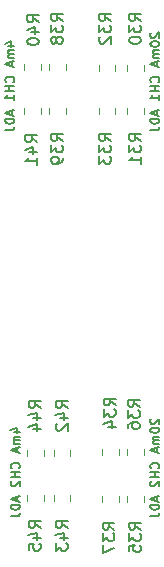
<source format=gbr>
G04 #@! TF.GenerationSoftware,KiCad,Pcbnew,5.1.3-ffb9f22~84~ubuntu19.04.1*
G04 #@! TF.CreationDate,2019-08-06T17:14:25+02:00*
G04 #@! TF.ProjectId,420-transmitter,3432302d-7472-4616-9e73-6d6974746572,rev?*
G04 #@! TF.SameCoordinates,Original*
G04 #@! TF.FileFunction,Legend,Bot*
G04 #@! TF.FilePolarity,Positive*
%FSLAX46Y46*%
G04 Gerber Fmt 4.6, Leading zero omitted, Abs format (unit mm)*
G04 Created by KiCad (PCBNEW 5.1.3-ffb9f22~84~ubuntu19.04.1) date 2019-08-06 17:14:25*
%MOMM*%
%LPD*%
G04 APERTURE LIST*
%ADD10C,0.127000*%
%ADD11C,0.120000*%
%ADD12C,0.150000*%
G04 APERTURE END LIST*
D10*
X166460714Y-93243399D02*
X166968714Y-93243399D01*
X166170428Y-93061971D02*
X166714714Y-92880542D01*
X166714714Y-93352257D01*
X166968714Y-93642542D02*
X166460714Y-93642542D01*
X166533285Y-93642542D02*
X166497000Y-93678828D01*
X166460714Y-93751399D01*
X166460714Y-93860257D01*
X166497000Y-93932828D01*
X166569571Y-93969114D01*
X166968714Y-93969114D01*
X166569571Y-93969114D02*
X166497000Y-94005399D01*
X166460714Y-94077971D01*
X166460714Y-94186828D01*
X166497000Y-94259399D01*
X166569571Y-94295685D01*
X166968714Y-94295685D01*
X166751000Y-94622257D02*
X166751000Y-94985114D01*
X166968714Y-94549685D02*
X166206714Y-94803685D01*
X166968714Y-95057685D01*
X166896142Y-96327685D02*
X166932428Y-96291399D01*
X166968714Y-96182542D01*
X166968714Y-96109971D01*
X166932428Y-96001114D01*
X166859857Y-95928542D01*
X166787285Y-95892257D01*
X166642142Y-95855971D01*
X166533285Y-95855971D01*
X166388142Y-95892257D01*
X166315571Y-95928542D01*
X166243000Y-96001114D01*
X166206714Y-96109971D01*
X166206714Y-96182542D01*
X166243000Y-96291399D01*
X166279285Y-96327685D01*
X166968714Y-96654257D02*
X166206714Y-96654257D01*
X166569571Y-96654257D02*
X166569571Y-97089685D01*
X166968714Y-97089685D02*
X166206714Y-97089685D01*
X166279285Y-97416257D02*
X166243000Y-97452542D01*
X166206714Y-97525114D01*
X166206714Y-97706542D01*
X166243000Y-97779114D01*
X166279285Y-97815399D01*
X166351857Y-97851685D01*
X166424428Y-97851685D01*
X166533285Y-97815399D01*
X166968714Y-97379971D01*
X166968714Y-97851685D01*
X166751000Y-98722542D02*
X166751000Y-99085399D01*
X166968714Y-98649971D02*
X166206714Y-98903971D01*
X166968714Y-99157971D01*
X166968714Y-99411971D02*
X166206714Y-99411971D01*
X166206714Y-99593399D01*
X166243000Y-99702257D01*
X166315571Y-99774828D01*
X166388142Y-99811114D01*
X166533285Y-99847399D01*
X166642142Y-99847399D01*
X166787285Y-99811114D01*
X166859857Y-99774828D01*
X166932428Y-99702257D01*
X166968714Y-99593399D01*
X166968714Y-99411971D01*
X166206714Y-100391685D02*
X166751000Y-100391685D01*
X166859857Y-100355399D01*
X166932428Y-100282828D01*
X166968714Y-100173971D01*
X166968714Y-100101399D01*
X178090285Y-92154828D02*
X178054000Y-92191114D01*
X178017714Y-92263685D01*
X178017714Y-92445114D01*
X178054000Y-92517685D01*
X178090285Y-92553971D01*
X178162857Y-92590257D01*
X178235428Y-92590257D01*
X178344285Y-92553971D01*
X178779714Y-92118542D01*
X178779714Y-92590257D01*
X178017714Y-93061971D02*
X178017714Y-93134542D01*
X178054000Y-93207114D01*
X178090285Y-93243400D01*
X178162857Y-93279685D01*
X178308000Y-93315971D01*
X178489428Y-93315971D01*
X178634571Y-93279685D01*
X178707142Y-93243400D01*
X178743428Y-93207114D01*
X178779714Y-93134542D01*
X178779714Y-93061971D01*
X178743428Y-92989400D01*
X178707142Y-92953114D01*
X178634571Y-92916828D01*
X178489428Y-92880542D01*
X178308000Y-92880542D01*
X178162857Y-92916828D01*
X178090285Y-92953114D01*
X178054000Y-92989400D01*
X178017714Y-93061971D01*
X178779714Y-93642542D02*
X178271714Y-93642542D01*
X178344285Y-93642542D02*
X178308000Y-93678828D01*
X178271714Y-93751400D01*
X178271714Y-93860257D01*
X178308000Y-93932828D01*
X178380571Y-93969114D01*
X178779714Y-93969114D01*
X178380571Y-93969114D02*
X178308000Y-94005400D01*
X178271714Y-94077971D01*
X178271714Y-94186828D01*
X178308000Y-94259400D01*
X178380571Y-94295685D01*
X178779714Y-94295685D01*
X178562000Y-94622257D02*
X178562000Y-94985114D01*
X178779714Y-94549685D02*
X178017714Y-94803685D01*
X178779714Y-95057685D01*
X178707142Y-96327685D02*
X178743428Y-96291400D01*
X178779714Y-96182542D01*
X178779714Y-96109971D01*
X178743428Y-96001114D01*
X178670857Y-95928542D01*
X178598285Y-95892257D01*
X178453142Y-95855971D01*
X178344285Y-95855971D01*
X178199142Y-95892257D01*
X178126571Y-95928542D01*
X178054000Y-96001114D01*
X178017714Y-96109971D01*
X178017714Y-96182542D01*
X178054000Y-96291400D01*
X178090285Y-96327685D01*
X178779714Y-96654257D02*
X178017714Y-96654257D01*
X178380571Y-96654257D02*
X178380571Y-97089685D01*
X178779714Y-97089685D02*
X178017714Y-97089685D01*
X178090285Y-97416257D02*
X178054000Y-97452542D01*
X178017714Y-97525114D01*
X178017714Y-97706542D01*
X178054000Y-97779114D01*
X178090285Y-97815400D01*
X178162857Y-97851685D01*
X178235428Y-97851685D01*
X178344285Y-97815400D01*
X178779714Y-97379971D01*
X178779714Y-97851685D01*
X178562000Y-98722542D02*
X178562000Y-99085400D01*
X178779714Y-98649971D02*
X178017714Y-98903971D01*
X178779714Y-99157971D01*
X178779714Y-99411971D02*
X178017714Y-99411971D01*
X178017714Y-99593400D01*
X178054000Y-99702257D01*
X178126571Y-99774828D01*
X178199142Y-99811114D01*
X178344285Y-99847400D01*
X178453142Y-99847400D01*
X178598285Y-99811114D01*
X178670857Y-99774828D01*
X178743428Y-99702257D01*
X178779714Y-99593400D01*
X178779714Y-99411971D01*
X178017714Y-100391685D02*
X178562000Y-100391685D01*
X178670857Y-100355400D01*
X178743428Y-100282828D01*
X178779714Y-100173971D01*
X178779714Y-100101400D01*
X178090285Y-59465028D02*
X178054000Y-59501314D01*
X178017714Y-59573885D01*
X178017714Y-59755314D01*
X178054000Y-59827885D01*
X178090285Y-59864171D01*
X178162857Y-59900457D01*
X178235428Y-59900457D01*
X178344285Y-59864171D01*
X178779714Y-59428742D01*
X178779714Y-59900457D01*
X178017714Y-60372171D02*
X178017714Y-60444742D01*
X178054000Y-60517314D01*
X178090285Y-60553600D01*
X178162857Y-60589885D01*
X178308000Y-60626171D01*
X178489428Y-60626171D01*
X178634571Y-60589885D01*
X178707142Y-60553600D01*
X178743428Y-60517314D01*
X178779714Y-60444742D01*
X178779714Y-60372171D01*
X178743428Y-60299600D01*
X178707142Y-60263314D01*
X178634571Y-60227028D01*
X178489428Y-60190742D01*
X178308000Y-60190742D01*
X178162857Y-60227028D01*
X178090285Y-60263314D01*
X178054000Y-60299600D01*
X178017714Y-60372171D01*
X178779714Y-60952742D02*
X178271714Y-60952742D01*
X178344285Y-60952742D02*
X178308000Y-60989028D01*
X178271714Y-61061600D01*
X178271714Y-61170457D01*
X178308000Y-61243028D01*
X178380571Y-61279314D01*
X178779714Y-61279314D01*
X178380571Y-61279314D02*
X178308000Y-61315600D01*
X178271714Y-61388171D01*
X178271714Y-61497028D01*
X178308000Y-61569600D01*
X178380571Y-61605885D01*
X178779714Y-61605885D01*
X178562000Y-61932457D02*
X178562000Y-62295314D01*
X178779714Y-61859885D02*
X178017714Y-62113885D01*
X178779714Y-62367885D01*
X178707142Y-63637885D02*
X178743428Y-63601600D01*
X178779714Y-63492742D01*
X178779714Y-63420171D01*
X178743428Y-63311314D01*
X178670857Y-63238742D01*
X178598285Y-63202457D01*
X178453142Y-63166171D01*
X178344285Y-63166171D01*
X178199142Y-63202457D01*
X178126571Y-63238742D01*
X178054000Y-63311314D01*
X178017714Y-63420171D01*
X178017714Y-63492742D01*
X178054000Y-63601600D01*
X178090285Y-63637885D01*
X178779714Y-63964457D02*
X178017714Y-63964457D01*
X178380571Y-63964457D02*
X178380571Y-64399885D01*
X178779714Y-64399885D02*
X178017714Y-64399885D01*
X178779714Y-65161885D02*
X178779714Y-64726457D01*
X178779714Y-64944171D02*
X178017714Y-64944171D01*
X178126571Y-64871600D01*
X178199142Y-64799028D01*
X178235428Y-64726457D01*
X178562000Y-66032742D02*
X178562000Y-66395600D01*
X178779714Y-65960171D02*
X178017714Y-66214171D01*
X178779714Y-66468171D01*
X178779714Y-66722171D02*
X178017714Y-66722171D01*
X178017714Y-66903600D01*
X178054000Y-67012457D01*
X178126571Y-67085028D01*
X178199142Y-67121314D01*
X178344285Y-67157600D01*
X178453142Y-67157600D01*
X178598285Y-67121314D01*
X178670857Y-67085028D01*
X178743428Y-67012457D01*
X178779714Y-66903600D01*
X178779714Y-66722171D01*
X178017714Y-67701885D02*
X178562000Y-67701885D01*
X178670857Y-67665600D01*
X178743428Y-67593028D01*
X178779714Y-67484171D01*
X178779714Y-67411600D01*
X165978114Y-60553599D02*
X166486114Y-60553599D01*
X165687828Y-60372171D02*
X166232114Y-60190742D01*
X166232114Y-60662457D01*
X166486114Y-60952742D02*
X165978114Y-60952742D01*
X166050685Y-60952742D02*
X166014400Y-60989028D01*
X165978114Y-61061599D01*
X165978114Y-61170457D01*
X166014400Y-61243028D01*
X166086971Y-61279314D01*
X166486114Y-61279314D01*
X166086971Y-61279314D02*
X166014400Y-61315599D01*
X165978114Y-61388171D01*
X165978114Y-61497028D01*
X166014400Y-61569599D01*
X166086971Y-61605885D01*
X166486114Y-61605885D01*
X166268400Y-61932457D02*
X166268400Y-62295314D01*
X166486114Y-61859885D02*
X165724114Y-62113885D01*
X166486114Y-62367885D01*
X166413542Y-63637885D02*
X166449828Y-63601599D01*
X166486114Y-63492742D01*
X166486114Y-63420171D01*
X166449828Y-63311314D01*
X166377257Y-63238742D01*
X166304685Y-63202457D01*
X166159542Y-63166171D01*
X166050685Y-63166171D01*
X165905542Y-63202457D01*
X165832971Y-63238742D01*
X165760400Y-63311314D01*
X165724114Y-63420171D01*
X165724114Y-63492742D01*
X165760400Y-63601599D01*
X165796685Y-63637885D01*
X166486114Y-63964457D02*
X165724114Y-63964457D01*
X166086971Y-63964457D02*
X166086971Y-64399885D01*
X166486114Y-64399885D02*
X165724114Y-64399885D01*
X166486114Y-65161885D02*
X166486114Y-64726457D01*
X166486114Y-64944171D02*
X165724114Y-64944171D01*
X165832971Y-64871599D01*
X165905542Y-64799028D01*
X165941828Y-64726457D01*
X166268400Y-66032742D02*
X166268400Y-66395599D01*
X166486114Y-65960171D02*
X165724114Y-66214171D01*
X166486114Y-66468171D01*
X166486114Y-66722171D02*
X165724114Y-66722171D01*
X165724114Y-66903599D01*
X165760400Y-67012457D01*
X165832971Y-67085028D01*
X165905542Y-67121314D01*
X166050685Y-67157599D01*
X166159542Y-67157599D01*
X166304685Y-67121314D01*
X166377257Y-67085028D01*
X166449828Y-67012457D01*
X166486114Y-66903599D01*
X166486114Y-66722171D01*
X165724114Y-67701885D02*
X166268400Y-67701885D01*
X166377257Y-67665599D01*
X166449828Y-67593028D01*
X166486114Y-67484171D01*
X166486114Y-67411599D01*
D11*
X177469800Y-62156222D02*
X177469800Y-62673378D01*
X176049800Y-62156222D02*
X176049800Y-62673378D01*
X177469800Y-65848222D02*
X177469800Y-66365378D01*
X176049800Y-65848222D02*
X176049800Y-66365378D01*
X173641800Y-62673378D02*
X173641800Y-62156222D01*
X175061800Y-62673378D02*
X175061800Y-62156222D01*
X173641800Y-66365378D02*
X173641800Y-65848222D01*
X175061800Y-66365378D02*
X175061800Y-65848222D01*
X175340800Y-94699222D02*
X175340800Y-95216378D01*
X173920800Y-94699222D02*
X173920800Y-95216378D01*
X177444800Y-98653222D02*
X177444800Y-99170378D01*
X176024800Y-98653222D02*
X176024800Y-99170378D01*
X176024800Y-95216378D02*
X176024800Y-94699222D01*
X177444800Y-95216378D02*
X177444800Y-94699222D01*
X173920800Y-99170378D02*
X173920800Y-98653222D01*
X175340800Y-99170378D02*
X175340800Y-98653222D01*
X169471800Y-62621378D02*
X169471800Y-62104222D01*
X170891800Y-62621378D02*
X170891800Y-62104222D01*
X169471800Y-66375378D02*
X169471800Y-65858222D01*
X170891800Y-66375378D02*
X170891800Y-65858222D01*
X168737800Y-62104222D02*
X168737800Y-62621378D01*
X167317800Y-62104222D02*
X167317800Y-62621378D01*
X168737800Y-65858222D02*
X168737800Y-66375378D01*
X167317800Y-65858222D02*
X167317800Y-66375378D01*
X169824800Y-95319378D02*
X169824800Y-94802222D01*
X171244800Y-95319378D02*
X171244800Y-94802222D01*
X169824800Y-99073378D02*
X169824800Y-98556222D01*
X171244800Y-99073378D02*
X171244800Y-98556222D01*
X168990800Y-94802222D02*
X168990800Y-95319378D01*
X167570800Y-94802222D02*
X167570800Y-95319378D01*
X168990800Y-98556222D02*
X168990800Y-99073378D01*
X167570800Y-98556222D02*
X167570800Y-99073378D01*
D12*
X177236380Y-58462942D02*
X176760190Y-58129609D01*
X177236380Y-57891514D02*
X176236380Y-57891514D01*
X176236380Y-58272466D01*
X176284000Y-58367704D01*
X176331619Y-58415323D01*
X176426857Y-58462942D01*
X176569714Y-58462942D01*
X176664952Y-58415323D01*
X176712571Y-58367704D01*
X176760190Y-58272466D01*
X176760190Y-57891514D01*
X176236380Y-58796276D02*
X176236380Y-59415323D01*
X176617333Y-59081990D01*
X176617333Y-59224847D01*
X176664952Y-59320085D01*
X176712571Y-59367704D01*
X176807809Y-59415323D01*
X177045904Y-59415323D01*
X177141142Y-59367704D01*
X177188761Y-59320085D01*
X177236380Y-59224847D01*
X177236380Y-58939133D01*
X177188761Y-58843895D01*
X177141142Y-58796276D01*
X176236380Y-60034371D02*
X176236380Y-60129609D01*
X176284000Y-60224847D01*
X176331619Y-60272466D01*
X176426857Y-60320085D01*
X176617333Y-60367704D01*
X176855428Y-60367704D01*
X177045904Y-60320085D01*
X177141142Y-60272466D01*
X177188761Y-60224847D01*
X177236380Y-60129609D01*
X177236380Y-60034371D01*
X177188761Y-59939133D01*
X177141142Y-59891514D01*
X177045904Y-59843895D01*
X176855428Y-59796276D01*
X176617333Y-59796276D01*
X176426857Y-59843895D01*
X176331619Y-59891514D01*
X176284000Y-59939133D01*
X176236380Y-60034371D01*
X177236380Y-68622942D02*
X176760190Y-68289609D01*
X177236380Y-68051514D02*
X176236380Y-68051514D01*
X176236380Y-68432466D01*
X176284000Y-68527704D01*
X176331619Y-68575323D01*
X176426857Y-68622942D01*
X176569714Y-68622942D01*
X176664952Y-68575323D01*
X176712571Y-68527704D01*
X176760190Y-68432466D01*
X176760190Y-68051514D01*
X176236380Y-68956276D02*
X176236380Y-69575323D01*
X176617333Y-69241990D01*
X176617333Y-69384847D01*
X176664952Y-69480085D01*
X176712571Y-69527704D01*
X176807809Y-69575323D01*
X177045904Y-69575323D01*
X177141142Y-69527704D01*
X177188761Y-69480085D01*
X177236380Y-69384847D01*
X177236380Y-69099133D01*
X177188761Y-69003895D01*
X177141142Y-68956276D01*
X177236380Y-70527704D02*
X177236380Y-69956276D01*
X177236380Y-70241990D02*
X176236380Y-70241990D01*
X176379238Y-70146752D01*
X176474476Y-70051514D01*
X176522095Y-69956276D01*
X174696380Y-58462942D02*
X174220190Y-58129609D01*
X174696380Y-57891514D02*
X173696380Y-57891514D01*
X173696380Y-58272466D01*
X173744000Y-58367704D01*
X173791619Y-58415323D01*
X173886857Y-58462942D01*
X174029714Y-58462942D01*
X174124952Y-58415323D01*
X174172571Y-58367704D01*
X174220190Y-58272466D01*
X174220190Y-57891514D01*
X173696380Y-58796276D02*
X173696380Y-59415323D01*
X174077333Y-59081990D01*
X174077333Y-59224847D01*
X174124952Y-59320085D01*
X174172571Y-59367704D01*
X174267809Y-59415323D01*
X174505904Y-59415323D01*
X174601142Y-59367704D01*
X174648761Y-59320085D01*
X174696380Y-59224847D01*
X174696380Y-58939133D01*
X174648761Y-58843895D01*
X174601142Y-58796276D01*
X173791619Y-59796276D02*
X173744000Y-59843895D01*
X173696380Y-59939133D01*
X173696380Y-60177228D01*
X173744000Y-60272466D01*
X173791619Y-60320085D01*
X173886857Y-60367704D01*
X173982095Y-60367704D01*
X174124952Y-60320085D01*
X174696380Y-59748657D01*
X174696380Y-60367704D01*
X174696380Y-68622942D02*
X174220190Y-68289609D01*
X174696380Y-68051514D02*
X173696380Y-68051514D01*
X173696380Y-68432466D01*
X173744000Y-68527704D01*
X173791619Y-68575323D01*
X173886857Y-68622942D01*
X174029714Y-68622942D01*
X174124952Y-68575323D01*
X174172571Y-68527704D01*
X174220190Y-68432466D01*
X174220190Y-68051514D01*
X173696380Y-68956276D02*
X173696380Y-69575323D01*
X174077333Y-69241990D01*
X174077333Y-69384847D01*
X174124952Y-69480085D01*
X174172571Y-69527704D01*
X174267809Y-69575323D01*
X174505904Y-69575323D01*
X174601142Y-69527704D01*
X174648761Y-69480085D01*
X174696380Y-69384847D01*
X174696380Y-69099133D01*
X174648761Y-69003895D01*
X174601142Y-68956276D01*
X173696380Y-69908657D02*
X173696380Y-70527704D01*
X174077333Y-70194371D01*
X174077333Y-70337228D01*
X174124952Y-70432466D01*
X174172571Y-70480085D01*
X174267809Y-70527704D01*
X174505904Y-70527704D01*
X174601142Y-70480085D01*
X174648761Y-70432466D01*
X174696380Y-70337228D01*
X174696380Y-70051514D01*
X174648761Y-69956276D01*
X174601142Y-69908657D01*
X175077380Y-91001942D02*
X174601190Y-90668609D01*
X175077380Y-90430514D02*
X174077380Y-90430514D01*
X174077380Y-90811466D01*
X174125000Y-90906704D01*
X174172619Y-90954323D01*
X174267857Y-91001942D01*
X174410714Y-91001942D01*
X174505952Y-90954323D01*
X174553571Y-90906704D01*
X174601190Y-90811466D01*
X174601190Y-90430514D01*
X174077380Y-91335276D02*
X174077380Y-91954323D01*
X174458333Y-91620990D01*
X174458333Y-91763847D01*
X174505952Y-91859085D01*
X174553571Y-91906704D01*
X174648809Y-91954323D01*
X174886904Y-91954323D01*
X174982142Y-91906704D01*
X175029761Y-91859085D01*
X175077380Y-91763847D01*
X175077380Y-91478133D01*
X175029761Y-91382895D01*
X174982142Y-91335276D01*
X174410714Y-92811466D02*
X175077380Y-92811466D01*
X174029761Y-92573371D02*
X174744047Y-92335276D01*
X174744047Y-92954323D01*
X177213380Y-101515942D02*
X176737190Y-101182609D01*
X177213380Y-100944514D02*
X176213380Y-100944514D01*
X176213380Y-101325466D01*
X176261000Y-101420704D01*
X176308619Y-101468323D01*
X176403857Y-101515942D01*
X176546714Y-101515942D01*
X176641952Y-101468323D01*
X176689571Y-101420704D01*
X176737190Y-101325466D01*
X176737190Y-100944514D01*
X176213380Y-101849276D02*
X176213380Y-102468323D01*
X176594333Y-102134990D01*
X176594333Y-102277847D01*
X176641952Y-102373085D01*
X176689571Y-102420704D01*
X176784809Y-102468323D01*
X177022904Y-102468323D01*
X177118142Y-102420704D01*
X177165761Y-102373085D01*
X177213380Y-102277847D01*
X177213380Y-101992133D01*
X177165761Y-101896895D01*
X177118142Y-101849276D01*
X176213380Y-103373085D02*
X176213380Y-102896895D01*
X176689571Y-102849276D01*
X176641952Y-102896895D01*
X176594333Y-102992133D01*
X176594333Y-103230228D01*
X176641952Y-103325466D01*
X176689571Y-103373085D01*
X176784809Y-103420704D01*
X177022904Y-103420704D01*
X177118142Y-103373085D01*
X177165761Y-103325466D01*
X177213380Y-103230228D01*
X177213380Y-102992133D01*
X177165761Y-102896895D01*
X177118142Y-102849276D01*
X177109380Y-91101942D02*
X176633190Y-90768609D01*
X177109380Y-90530514D02*
X176109380Y-90530514D01*
X176109380Y-90911466D01*
X176157000Y-91006704D01*
X176204619Y-91054323D01*
X176299857Y-91101942D01*
X176442714Y-91101942D01*
X176537952Y-91054323D01*
X176585571Y-91006704D01*
X176633190Y-90911466D01*
X176633190Y-90530514D01*
X176109380Y-91435276D02*
X176109380Y-92054323D01*
X176490333Y-91720990D01*
X176490333Y-91863847D01*
X176537952Y-91959085D01*
X176585571Y-92006704D01*
X176680809Y-92054323D01*
X176918904Y-92054323D01*
X177014142Y-92006704D01*
X177061761Y-91959085D01*
X177109380Y-91863847D01*
X177109380Y-91578133D01*
X177061761Y-91482895D01*
X177014142Y-91435276D01*
X176109380Y-92911466D02*
X176109380Y-92720990D01*
X176157000Y-92625752D01*
X176204619Y-92578133D01*
X176347476Y-92482895D01*
X176537952Y-92435276D01*
X176918904Y-92435276D01*
X177014142Y-92482895D01*
X177061761Y-92530514D01*
X177109380Y-92625752D01*
X177109380Y-92816228D01*
X177061761Y-92911466D01*
X177014142Y-92959085D01*
X176918904Y-93006704D01*
X176680809Y-93006704D01*
X176585571Y-92959085D01*
X176537952Y-92911466D01*
X176490333Y-92816228D01*
X176490333Y-92625752D01*
X176537952Y-92530514D01*
X176585571Y-92482895D01*
X176680809Y-92435276D01*
X174977380Y-101515942D02*
X174501190Y-101182609D01*
X174977380Y-100944514D02*
X173977380Y-100944514D01*
X173977380Y-101325466D01*
X174025000Y-101420704D01*
X174072619Y-101468323D01*
X174167857Y-101515942D01*
X174310714Y-101515942D01*
X174405952Y-101468323D01*
X174453571Y-101420704D01*
X174501190Y-101325466D01*
X174501190Y-100944514D01*
X173977380Y-101849276D02*
X173977380Y-102468323D01*
X174358333Y-102134990D01*
X174358333Y-102277847D01*
X174405952Y-102373085D01*
X174453571Y-102420704D01*
X174548809Y-102468323D01*
X174786904Y-102468323D01*
X174882142Y-102420704D01*
X174929761Y-102373085D01*
X174977380Y-102277847D01*
X174977380Y-101992133D01*
X174929761Y-101896895D01*
X174882142Y-101849276D01*
X173977380Y-102801657D02*
X173977380Y-103468323D01*
X174977380Y-103039752D01*
X170632380Y-58462942D02*
X170156190Y-58129609D01*
X170632380Y-57891514D02*
X169632380Y-57891514D01*
X169632380Y-58272466D01*
X169680000Y-58367704D01*
X169727619Y-58415323D01*
X169822857Y-58462942D01*
X169965714Y-58462942D01*
X170060952Y-58415323D01*
X170108571Y-58367704D01*
X170156190Y-58272466D01*
X170156190Y-57891514D01*
X169632380Y-58796276D02*
X169632380Y-59415323D01*
X170013333Y-59081990D01*
X170013333Y-59224847D01*
X170060952Y-59320085D01*
X170108571Y-59367704D01*
X170203809Y-59415323D01*
X170441904Y-59415323D01*
X170537142Y-59367704D01*
X170584761Y-59320085D01*
X170632380Y-59224847D01*
X170632380Y-58939133D01*
X170584761Y-58843895D01*
X170537142Y-58796276D01*
X170060952Y-59986752D02*
X170013333Y-59891514D01*
X169965714Y-59843895D01*
X169870476Y-59796276D01*
X169822857Y-59796276D01*
X169727619Y-59843895D01*
X169680000Y-59891514D01*
X169632380Y-59986752D01*
X169632380Y-60177228D01*
X169680000Y-60272466D01*
X169727619Y-60320085D01*
X169822857Y-60367704D01*
X169870476Y-60367704D01*
X169965714Y-60320085D01*
X170013333Y-60272466D01*
X170060952Y-60177228D01*
X170060952Y-59986752D01*
X170108571Y-59891514D01*
X170156190Y-59843895D01*
X170251428Y-59796276D01*
X170441904Y-59796276D01*
X170537142Y-59843895D01*
X170584761Y-59891514D01*
X170632380Y-59986752D01*
X170632380Y-60177228D01*
X170584761Y-60272466D01*
X170537142Y-60320085D01*
X170441904Y-60367704D01*
X170251428Y-60367704D01*
X170156190Y-60320085D01*
X170108571Y-60272466D01*
X170060952Y-60177228D01*
X170632380Y-68622942D02*
X170156190Y-68289609D01*
X170632380Y-68051514D02*
X169632380Y-68051514D01*
X169632380Y-68432466D01*
X169680000Y-68527704D01*
X169727619Y-68575323D01*
X169822857Y-68622942D01*
X169965714Y-68622942D01*
X170060952Y-68575323D01*
X170108571Y-68527704D01*
X170156190Y-68432466D01*
X170156190Y-68051514D01*
X169632380Y-68956276D02*
X169632380Y-69575323D01*
X170013333Y-69241990D01*
X170013333Y-69384847D01*
X170060952Y-69480085D01*
X170108571Y-69527704D01*
X170203809Y-69575323D01*
X170441904Y-69575323D01*
X170537142Y-69527704D01*
X170584761Y-69480085D01*
X170632380Y-69384847D01*
X170632380Y-69099133D01*
X170584761Y-69003895D01*
X170537142Y-68956276D01*
X170632380Y-70051514D02*
X170632380Y-70241990D01*
X170584761Y-70337228D01*
X170537142Y-70384847D01*
X170394285Y-70480085D01*
X170203809Y-70527704D01*
X169822857Y-70527704D01*
X169727619Y-70480085D01*
X169680000Y-70432466D01*
X169632380Y-70337228D01*
X169632380Y-70146752D01*
X169680000Y-70051514D01*
X169727619Y-70003895D01*
X169822857Y-69956276D01*
X170060952Y-69956276D01*
X170156190Y-70003895D01*
X170203809Y-70051514D01*
X170251428Y-70146752D01*
X170251428Y-70337228D01*
X170203809Y-70432466D01*
X170156190Y-70480085D01*
X170060952Y-70527704D01*
X168600380Y-58562942D02*
X168124190Y-58229609D01*
X168600380Y-57991514D02*
X167600380Y-57991514D01*
X167600380Y-58372466D01*
X167648000Y-58467704D01*
X167695619Y-58515323D01*
X167790857Y-58562942D01*
X167933714Y-58562942D01*
X168028952Y-58515323D01*
X168076571Y-58467704D01*
X168124190Y-58372466D01*
X168124190Y-57991514D01*
X167933714Y-59420085D02*
X168600380Y-59420085D01*
X167552761Y-59181990D02*
X168267047Y-58943895D01*
X168267047Y-59562942D01*
X167600380Y-60134371D02*
X167600380Y-60229609D01*
X167648000Y-60324847D01*
X167695619Y-60372466D01*
X167790857Y-60420085D01*
X167981333Y-60467704D01*
X168219428Y-60467704D01*
X168409904Y-60420085D01*
X168505142Y-60372466D01*
X168552761Y-60324847D01*
X168600380Y-60229609D01*
X168600380Y-60134371D01*
X168552761Y-60039133D01*
X168505142Y-59991514D01*
X168409904Y-59943895D01*
X168219428Y-59896276D01*
X167981333Y-59896276D01*
X167790857Y-59943895D01*
X167695619Y-59991514D01*
X167648000Y-60039133D01*
X167600380Y-60134371D01*
X168446380Y-68722942D02*
X167970190Y-68389609D01*
X168446380Y-68151514D02*
X167446380Y-68151514D01*
X167446380Y-68532466D01*
X167494000Y-68627704D01*
X167541619Y-68675323D01*
X167636857Y-68722942D01*
X167779714Y-68722942D01*
X167874952Y-68675323D01*
X167922571Y-68627704D01*
X167970190Y-68532466D01*
X167970190Y-68151514D01*
X167779714Y-69580085D02*
X168446380Y-69580085D01*
X167398761Y-69341990D02*
X168113047Y-69103895D01*
X168113047Y-69722942D01*
X168446380Y-70627704D02*
X168446380Y-70056276D01*
X168446380Y-70341990D02*
X167446380Y-70341990D01*
X167589238Y-70246752D01*
X167684476Y-70151514D01*
X167732095Y-70056276D01*
X171013380Y-91228942D02*
X170537190Y-90895609D01*
X171013380Y-90657514D02*
X170013380Y-90657514D01*
X170013380Y-91038466D01*
X170061000Y-91133704D01*
X170108619Y-91181323D01*
X170203857Y-91228942D01*
X170346714Y-91228942D01*
X170441952Y-91181323D01*
X170489571Y-91133704D01*
X170537190Y-91038466D01*
X170537190Y-90657514D01*
X170346714Y-92086085D02*
X171013380Y-92086085D01*
X169965761Y-91847990D02*
X170680047Y-91609895D01*
X170680047Y-92228942D01*
X170108619Y-92562276D02*
X170061000Y-92609895D01*
X170013380Y-92705133D01*
X170013380Y-92943228D01*
X170061000Y-93038466D01*
X170108619Y-93086085D01*
X170203857Y-93133704D01*
X170299095Y-93133704D01*
X170441952Y-93086085D01*
X171013380Y-92514657D01*
X171013380Y-93133704D01*
X171013380Y-101388942D02*
X170537190Y-101055609D01*
X171013380Y-100817514D02*
X170013380Y-100817514D01*
X170013380Y-101198466D01*
X170061000Y-101293704D01*
X170108619Y-101341323D01*
X170203857Y-101388942D01*
X170346714Y-101388942D01*
X170441952Y-101341323D01*
X170489571Y-101293704D01*
X170537190Y-101198466D01*
X170537190Y-100817514D01*
X170346714Y-102246085D02*
X171013380Y-102246085D01*
X169965761Y-102007990D02*
X170680047Y-101769895D01*
X170680047Y-102388942D01*
X170013380Y-102674657D02*
X170013380Y-103293704D01*
X170394333Y-102960371D01*
X170394333Y-103103228D01*
X170441952Y-103198466D01*
X170489571Y-103246085D01*
X170584809Y-103293704D01*
X170822904Y-103293704D01*
X170918142Y-103246085D01*
X170965761Y-103198466D01*
X171013380Y-103103228D01*
X171013380Y-102817514D01*
X170965761Y-102722276D01*
X170918142Y-102674657D01*
X168727380Y-91228942D02*
X168251190Y-90895609D01*
X168727380Y-90657514D02*
X167727380Y-90657514D01*
X167727380Y-91038466D01*
X167775000Y-91133704D01*
X167822619Y-91181323D01*
X167917857Y-91228942D01*
X168060714Y-91228942D01*
X168155952Y-91181323D01*
X168203571Y-91133704D01*
X168251190Y-91038466D01*
X168251190Y-90657514D01*
X168060714Y-92086085D02*
X168727380Y-92086085D01*
X167679761Y-91847990D02*
X168394047Y-91609895D01*
X168394047Y-92228942D01*
X168060714Y-93038466D02*
X168727380Y-93038466D01*
X167679761Y-92800371D02*
X168394047Y-92562276D01*
X168394047Y-93181323D01*
X168727380Y-101388942D02*
X168251190Y-101055609D01*
X168727380Y-100817514D02*
X167727380Y-100817514D01*
X167727380Y-101198466D01*
X167775000Y-101293704D01*
X167822619Y-101341323D01*
X167917857Y-101388942D01*
X168060714Y-101388942D01*
X168155952Y-101341323D01*
X168203571Y-101293704D01*
X168251190Y-101198466D01*
X168251190Y-100817514D01*
X168060714Y-102246085D02*
X168727380Y-102246085D01*
X167679761Y-102007990D02*
X168394047Y-101769895D01*
X168394047Y-102388942D01*
X167727380Y-103246085D02*
X167727380Y-102769895D01*
X168203571Y-102722276D01*
X168155952Y-102769895D01*
X168108333Y-102865133D01*
X168108333Y-103103228D01*
X168155952Y-103198466D01*
X168203571Y-103246085D01*
X168298809Y-103293704D01*
X168536904Y-103293704D01*
X168632142Y-103246085D01*
X168679761Y-103198466D01*
X168727380Y-103103228D01*
X168727380Y-102865133D01*
X168679761Y-102769895D01*
X168632142Y-102722276D01*
M02*

</source>
